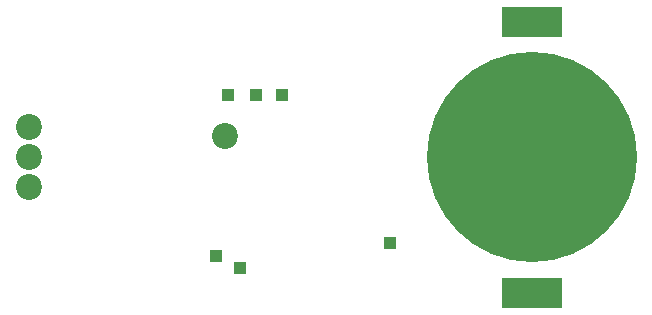
<source format=gbr>
%TF.GenerationSoftware,KiCad,Pcbnew,(6.0.5)*%
%TF.CreationDate,2022-08-28T18:04:01-07:00*%
%TF.ProjectId,PCBbuscard,50434262-7573-4636-9172-642e6b696361,rev?*%
%TF.SameCoordinates,Original*%
%TF.FileFunction,Soldermask,Bot*%
%TF.FilePolarity,Negative*%
%FSLAX46Y46*%
G04 Gerber Fmt 4.6, Leading zero omitted, Abs format (unit mm)*
G04 Created by KiCad (PCBNEW (6.0.5)) date 2022-08-28 18:04:01*
%MOMM*%
%LPD*%
G01*
G04 APERTURE LIST*
%ADD10C,2.200000*%
%ADD11C,17.800000*%
%ADD12R,5.100000X2.500000*%
%ADD13R,1.000000X1.000000*%
G04 APERTURE END LIST*
D10*
%TO.C,CLK*%
X153670000Y-106172000D03*
%TD*%
D11*
%TO.C,U6*%
X179603400Y-108000800D03*
D12*
X179603400Y-96550800D03*
X179603400Y-119450800D03*
%TD*%
D13*
%TO.C,TP6*%
X167640000Y-115200000D03*
%TD*%
%TO.C,TP7*%
X158496000Y-102750000D03*
%TD*%
D10*
%TO.C,GND*%
X137000000Y-110500000D03*
%TD*%
%TO.C,VCC*%
X137000000Y-107960000D03*
%TD*%
D13*
%TO.C,TP9*%
X156250000Y-102750000D03*
%TD*%
%TO.C,TP8*%
X153924000Y-102750000D03*
%TD*%
D10*
%TO.C,PROG*%
X137000000Y-105420001D03*
%TD*%
D13*
%TO.C,TP4*%
X152908000Y-116332000D03*
%TD*%
%TO.C,TP5*%
X154940000Y-117348000D03*
%TD*%
M02*

</source>
